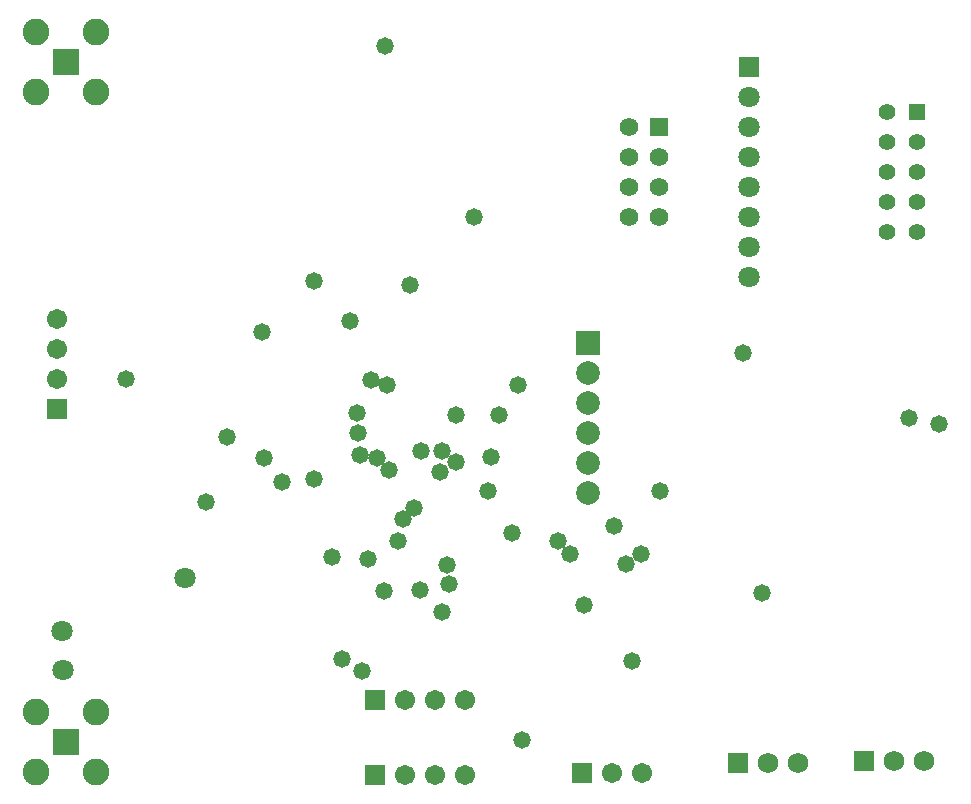
<source format=gbs>
G04*
G04 #@! TF.GenerationSoftware,Altium Limited,Altium Designer,20.2.6 (244)*
G04*
G04 Layer_Color=16711935*
%FSLAX25Y25*%
%MOIN*%
G70*
G04*
G04 #@! TF.SameCoordinates,3B791BB4-AEC8-405A-9348-557AA33B983F*
G04*
G04*
G04 #@! TF.FilePolarity,Negative*
G04*
G01*
G75*
%ADD64R,0.06706X0.06706*%
%ADD65C,0.06706*%
%ADD66C,0.07099*%
%ADD67R,0.06706X0.06706*%
%ADD68R,0.08871X0.08871*%
%ADD69C,0.08871*%
%ADD70C,0.07887*%
%ADD71R,0.07887X0.07887*%
%ADD72C,0.06902*%
%ADD73R,0.06902X0.06902*%
%ADD74C,0.05472*%
%ADD75R,0.05472X0.05472*%
%ADD76R,0.07099X0.07099*%
%ADD77C,0.06181*%
%ADD78R,0.06181X0.06181*%
%ADD79C,0.05800*%
D64*
X150500Y40000D02*
D03*
X219500Y15500D02*
D03*
X150500Y15000D02*
D03*
D65*
X160500Y40000D02*
D03*
X170500D02*
D03*
X180500D02*
D03*
X44500Y147000D02*
D03*
Y157000D02*
D03*
Y167000D02*
D03*
X239500Y15500D02*
D03*
X229500D02*
D03*
X180500Y15000D02*
D03*
X170500D02*
D03*
X160500D02*
D03*
D66*
X46000Y63000D02*
D03*
X46333Y49834D02*
D03*
X87000Y80500D02*
D03*
X275114Y181000D02*
D03*
Y191000D02*
D03*
Y211000D02*
D03*
Y231000D02*
D03*
Y241000D02*
D03*
Y221000D02*
D03*
Y201000D02*
D03*
D67*
X44500Y137000D02*
D03*
D68*
X47500Y252500D02*
D03*
Y26000D02*
D03*
D69*
X37500Y262500D02*
D03*
Y242500D02*
D03*
X57500D02*
D03*
Y262500D02*
D03*
X37500Y36000D02*
D03*
Y16000D02*
D03*
X57500D02*
D03*
Y36000D02*
D03*
D70*
X221484Y138862D02*
D03*
Y148862D02*
D03*
Y128862D02*
D03*
Y118862D02*
D03*
Y108862D02*
D03*
D71*
Y158862D02*
D03*
D72*
X333500Y19500D02*
D03*
X323500D02*
D03*
X291500Y19000D02*
D03*
X281500D02*
D03*
D73*
X313500Y19500D02*
D03*
X271500Y19000D02*
D03*
D74*
X321000Y196000D02*
D03*
X331000D02*
D03*
X321000Y206000D02*
D03*
X331000D02*
D03*
X321000Y216000D02*
D03*
X331000D02*
D03*
X321000Y226000D02*
D03*
X331000D02*
D03*
X321000Y236000D02*
D03*
D75*
X331000D02*
D03*
D76*
X275114Y251000D02*
D03*
D77*
X235114Y201000D02*
D03*
X245114D02*
D03*
X235114Y211000D02*
D03*
X245114D02*
D03*
X235114Y221000D02*
D03*
X245114D02*
D03*
X235114Y231000D02*
D03*
D78*
X245114D02*
D03*
D79*
X279500Y75500D02*
D03*
X220000Y71500D02*
D03*
X172532Y69080D02*
D03*
X101000Y127500D02*
D03*
X113500Y120500D02*
D03*
X153618Y257840D02*
D03*
X130000Y179500D02*
D03*
X141986Y166029D02*
D03*
X165500Y76500D02*
D03*
X153217Y76283D02*
D03*
X148000Y87000D02*
D03*
X198000Y145000D02*
D03*
X174984Y78532D02*
D03*
X136000Y87500D02*
D03*
X94000Y106000D02*
D03*
X112801Y162447D02*
D03*
X162018Y178230D02*
D03*
X183500Y201000D02*
D03*
X273000Y155500D02*
D03*
X230000Y98000D02*
D03*
X239000Y88500D02*
D03*
X234000Y85071D02*
D03*
X211500Y93000D02*
D03*
X215500Y88500D02*
D03*
X196000Y95500D02*
D03*
X158000Y93000D02*
D03*
X163500Y104000D02*
D03*
X159611Y100111D02*
D03*
X236000Y53000D02*
D03*
X245500Y109500D02*
D03*
X172000Y115780D02*
D03*
X172828Y122780D02*
D03*
X177276Y119280D02*
D03*
X165828Y122878D02*
D03*
X177250Y134750D02*
D03*
X189000Y121000D02*
D03*
X187899Y109500D02*
D03*
X191775Y134725D02*
D03*
X154500Y145000D02*
D03*
X67500Y147000D02*
D03*
X149000Y146500D02*
D03*
X174500Y85000D02*
D03*
X145500Y121500D02*
D03*
X151000Y120500D02*
D03*
X144770Y128963D02*
D03*
X155000Y116500D02*
D03*
X199500Y26500D02*
D03*
X139500Y53500D02*
D03*
X130000Y113500D02*
D03*
X328280Y133752D02*
D03*
X338500Y132000D02*
D03*
X146000Y49500D02*
D03*
X119500Y112500D02*
D03*
X144500Y135500D02*
D03*
M02*

</source>
